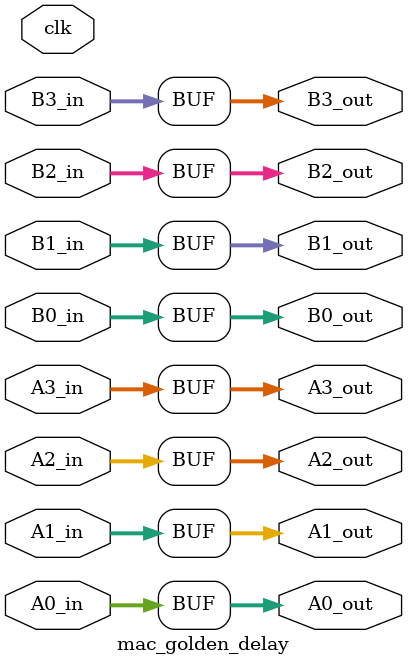
<source format=v>
`timescale 1ns / 1ps
`include "mac_const.vh"

module mac_golden_delay #(
  parameter MAC_MIN_WIDTH=8,
  parameter DELAY=0
)(
  input clk,
  input [MAC_MIN_WIDTH-1:0] A0_in,
  input [MAC_MIN_WIDTH-1:0] A1_in,
  input [MAC_MIN_WIDTH-1:0] A2_in,
  input [MAC_MIN_WIDTH-1:0] A3_in,
  input [MAC_MIN_WIDTH-1:0] B0_in,
  input [MAC_MIN_WIDTH-1:0] B1_in,
  input [MAC_MIN_WIDTH-1:0] B2_in,
  input [MAC_MIN_WIDTH-1:0] B3_in,
  output [MAC_MIN_WIDTH-1:0] A0_out,
  output [MAC_MIN_WIDTH-1:0] A1_out,
  output [MAC_MIN_WIDTH-1:0] A2_out,
  output [MAC_MIN_WIDTH-1:0] A3_out,
  output [MAC_MIN_WIDTH-1:0] B0_out,
  output [MAC_MIN_WIDTH-1:0] B1_out,
  output [MAC_MIN_WIDTH-1:0] B2_out,
  output [MAC_MIN_WIDTH-1:0] B3_out
);
generate
  if (DELAY == 0) begin
    assign A0_out = A0_in;
    assign A1_out = A1_in;
    assign A2_out = A2_in;
    assign A3_out = A3_in;
    assign B0_out = B0_in;
    assign B1_out = B1_in;
    assign B2_out = B2_in;
    assign B3_out = B3_in;
  end else begin
    reg [MAC_MIN_WIDTH-1:0] A0_delay_bus [DELAY-1:0];
    reg [MAC_MIN_WIDTH-1:0] A1_delay_bus [DELAY-1:0];
    reg [MAC_MIN_WIDTH-1:0] A2_delay_bus [DELAY-1:0];
    reg [MAC_MIN_WIDTH-1:0] A3_delay_bus [DELAY-1:0];
    reg [MAC_MIN_WIDTH-1:0] B0_delay_bus [DELAY-1:0];
    reg [MAC_MIN_WIDTH-1:0] B1_delay_bus [DELAY-1:0];
    reg [MAC_MIN_WIDTH-1:0] B2_delay_bus [DELAY-1:0];
    reg [MAC_MIN_WIDTH-1:0] B3_delay_bus [DELAY-1:0];

    always @(posedge clk) begin
      A0_delay_bus[0] <= A0_in;
      A1_delay_bus[0] <= A1_in;
      A2_delay_bus[0] <= A2_in;
      A3_delay_bus[0] <= A3_in;
      B0_delay_bus[0] <= B0_in;
      B1_delay_bus[0] <= B1_in;
      B2_delay_bus[0] <= B2_in;
      B3_delay_bus[0] <= B3_in;  
    end

    genvar i;
    for (i = 1; i < DELAY; i = i + 1) begin: delay_wiring
      always @(posedge clk) begin
        A0_delay_bus[i] <= A0_delay_bus[i-1];
        A1_delay_bus[i] <= A1_delay_bus[i-1];
        A2_delay_bus[i] <= A2_delay_bus[i-1];
        A3_delay_bus[i] <= A3_delay_bus[i-1];
        B0_delay_bus[i] <= B0_delay_bus[i-1];
        B1_delay_bus[i] <= B1_delay_bus[i-1];
        B2_delay_bus[i] <= B2_delay_bus[i-1];
        B3_delay_bus[i] <= B3_delay_bus[i-1];
      end
    end

    assign A0_out = A0_delay_bus[DELAY-1];
    assign A1_out = A1_delay_bus[DELAY-1];
    assign A2_out = A2_delay_bus[DELAY-1];
    assign A3_out = A3_delay_bus[DELAY-1];
    assign B0_out = B0_delay_bus[DELAY-1];
    assign B1_out = B1_delay_bus[DELAY-1];
    assign B2_out = B2_delay_bus[DELAY-1];
    assign B3_out = B3_delay_bus[DELAY-1];
  end
endgenerate
endmodule 

</source>
